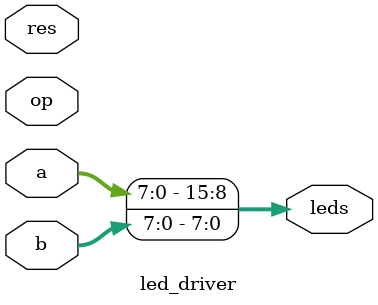
<source format=sv>
`timescale 1ns / 1ps


module led_driver(
	input logic [2:0]op,
	input logic [7:0]res,
	input logic [7:0]a,
	input logic [7:0]b,
	output logic [15:0]leds
    );
    
    always_comb
    begin
    	case(op)
    	001: begin
    		leds = {a,b}; //suma
    		end
    	010: begin
    		leds = {8'b0,res}; //and
    		end
    	011: begin
    		leds = {8'b0,res}; //or
    		end
    	100: begin
    		leds = {a,b}; //resta
    		end
    	default: begin
    		leds = {a,b};
    		end
    	endcase
    end
endmodule

</source>
